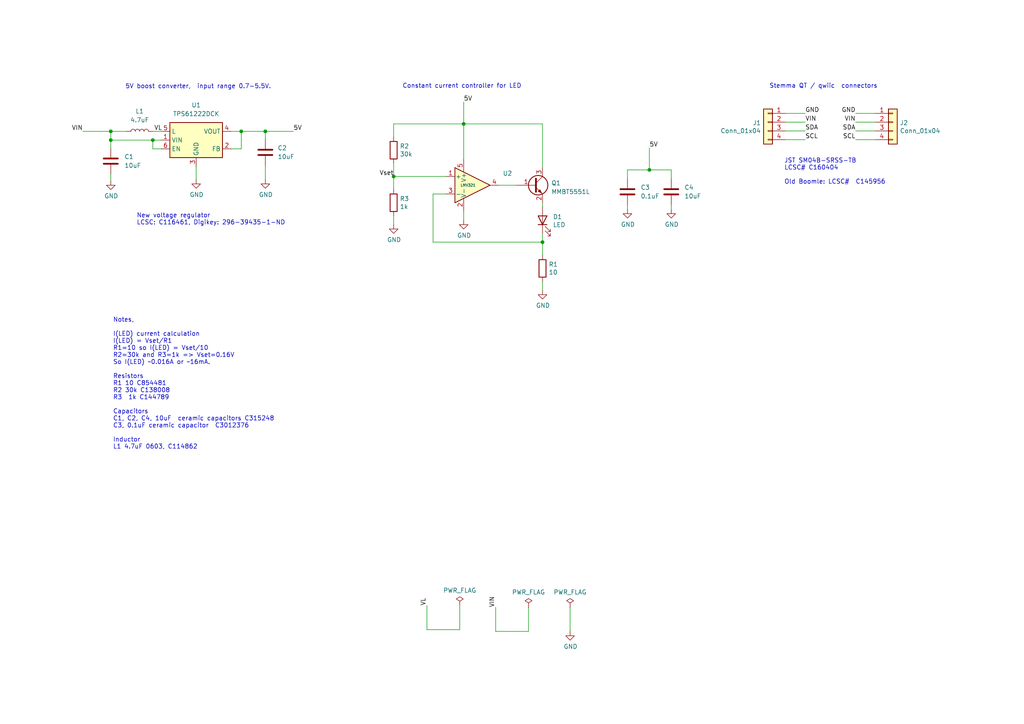
<source format=kicad_sch>
(kicad_sch (version 20230121) (generator eeschema)
  (paper "A4")
  (lib_symbols
    (symbol "Amplifier_Operational:LMV321" (pin_names (offset 0.127))
      (property "Reference" "U" (at 0 5.08 0))
      (property "Value" "LMV321" (at 0 -5.08 0))
      (symbol "LMV321_0_1"
        (polyline (pts (xy -5.08 5.08) (xy 5.08 0) (xy -5.08 -5.08) (xy -5.08 5.08)) (stroke (width 0.254)) (fill (type background)))
        (pin power_in line (at -2.54 -7.62 90) (length 3.81) (name "V-") (number "2"))
        (pin power_in line (at -2.54 7.62 270) (length 3.81) (name "V+") (number "5"))
      )
      (symbol "LMV321_1_1"
        (pin input line (at -7.62 2.54 0) (length 2.54) (name "+") (number "1"))
        (pin input line (at -7.62 -2.54 0) (length 2.54) (name "-") (number "3"))
        (pin output line (at 7.62 0 180) (length 2.54) (name "~") (number "4"))
      )
    )
    (symbol "Connector_Generic:Conn_01x04" (pin_names (offset 1.016) hide)
      (property "Reference" "J" (at 0 5.08 0))
      (property "Value" "Conn_01x04" (at 0 -7.62 0))
      (symbol "Conn_01x04_1_1"
        (rectangle (start -1.27 -4.953) (end 0 -5.207) (stroke (width 0.1524)))
        (rectangle (start -1.27 -2.413) (end 0 -2.667) (stroke (width 0.1524)))
        (rectangle (start -1.27 0.127) (end 0 -0.127) (stroke (width 0.1524)))
        (rectangle (start -1.27 2.667) (end 0 2.413) (stroke (width 0.1524)))
        (rectangle (start -1.27 3.81) (end 1.27 -6.35) (stroke (width 0.254)) (fill (type background)))
        (pin passive line (at -5.08 2.54 0) (length 3.81) (name "Pin_1") (number "1"))
        (pin passive line (at -5.08 0 0) (length 3.81) (name "Pin_2") (number "2"))
        (pin passive line (at -5.08 -2.54 0) (length 3.81) (name "Pin_3") (number "3"))
        (pin passive line (at -5.08 -5.08 0) (length 3.81) (name "Pin_4") (number "4"))
      )
    )
    (symbol "Device:C" (pin_numbers hide) (pin_names (offset 0.254))
      (property "Reference" "C" (at 0.635 2.54 0))
      (property "Value" "C" (at 0.635 -2.54 0))
      (symbol "C_0_1"
        (polyline (pts (xy -2.032 -0.762) (xy 2.032 -0.762)) (stroke (width 0.508)))
        (polyline (pts (xy -2.032 0.762) (xy 2.032 0.762)) (stroke (width 0.508)))
      )
      (symbol "C_1_1"
        (pin passive line (at 0 3.81 270) (length 2.794) (name "~") (number "1"))
        (pin passive line (at 0 -3.81 90) (length 2.794) (name "~") (number "2"))
      )
    )
    (symbol "Device:L" (pin_numbers hide) (pin_names (offset 1.016) hide)
      (property "Reference" "L" (at -1.27 0 90))
      (property "Value" "L" (at 1.905 0 90))
      (symbol "L_0_1"
        (arc (start 0 -2.54) (mid 0.6323 -1.905) (end 0 -1.27))
        (arc (start 0 -1.27) (mid 0.6323 -0.635) (end 0 0))
        (arc (start 0 0) (mid 0.6323 0.635) (end 0 1.27))
        (arc (start 0 1.27) (mid 0.6323 1.905) (end 0 2.54))
      )
      (symbol "L_1_1"
        (pin passive line (at 0 3.81 270) (length 1.27) (name "1") (number "1"))
        (pin passive line (at 0 -3.81 90) (length 1.27) (name "2") (number "2"))
      )
    )
    (symbol "Device:LED" (pin_numbers hide) (pin_names (offset 1.016) hide)
      (property "Reference" "D" (at 0 2.54 0))
      (property "Value" "LED" (at 0 -2.54 0))
      (symbol "LED_0_1"
        (polyline (pts (xy -1.27 -1.27) (xy -1.27 1.27)) (stroke (width 0.254)))
        (polyline (pts (xy -1.27 0) (xy 1.27 0)))
        (polyline (pts (xy 1.27 -1.27) (xy 1.27 1.27) (xy -1.27 0) (xy 1.27 -1.27)) (stroke (width 0.254)))
        (polyline (pts (xy -3.048 -0.762) (xy -4.572 -2.286) (xy -3.81 -2.286) (xy -4.572 -2.286) (xy -4.572 -1.524)))
        (polyline (pts (xy -1.778 -0.762) (xy -3.302 -2.286) (xy -2.54 -2.286) (xy -3.302 -2.286) (xy -3.302 -1.524)))
      )
      (symbol "LED_1_1"
        (pin passive line (at -3.81 0 0) (length 2.54) (name "K") (number "1"))
        (pin passive line (at 3.81 0 180) (length 2.54) (name "A") (number "2"))
      )
    )
    (symbol "Device:R" (pin_numbers hide) (pin_names (offset 0))
      (property "Reference" "R" (at 2.032 0 90))
      (property "Value" "R" (at 0 0 90))
      (symbol "R_0_1"
        (rectangle (start -1.016 -2.54) (end 1.016 2.54) (stroke (width 0.254)))
      )
      (symbol "R_1_1"
        (pin passive line (at 0 3.81 270) (length 1.27) (name "~") (number "1"))
        (pin passive line (at 0 -3.81 90) (length 1.27) (name "~") (number "2"))
      )
    )
    (symbol "Regulator_Switching:TPS61222DCK"
      (property "Reference" "U" (at -7.62 6.35 0))
      (property "Value" "TPS61222DCK" (at 2.54 6.35 0))
      (symbol "TPS61222DCK_0_1"
        (rectangle (start -7.62 5.08) (end 7.62 -5.08) (stroke (width 0.254)) (fill (type background)))
      )
      (symbol "TPS61222DCK_1_1"
        (pin power_in line (at -10.16 0 0) (length 2.54) (name "VIN") (number "1"))
        (pin input line (at 10.16 -2.54 180) (length 2.54) (name "FB") (number "2"))
        (pin power_in line (at 0 -7.62 90) (length 2.54) (name "GND") (number "3"))
        (pin power_out line (at 10.16 2.54 180) (length 2.54) (name "VOUT") (number "4"))
        (pin power_in line (at -10.16 2.54 0) (length 2.54) (name "L") (number "5"))
        (pin input line (at -10.16 -2.54 0) (length 2.54) (name "EN") (number "6"))
      )
    )
    (symbol "Transistor_BJT:MMBT5551L" (pin_names (offset 0) hide)
      (property "Reference" "Q" (at 5.08 1.905 0))
      (property "Value" "MMBT5551L" (at 5.08 0 0))
      (symbol "MMBT5551L_0_1"
        (polyline (pts (xy 0.635 0.635) (xy 2.54 2.54)))
        (polyline (pts (xy 0.635 -0.635) (xy 2.54 -2.54) (xy 2.54 -2.54)))
        (polyline (pts (xy 0.635 1.905) (xy 0.635 -1.905) (xy 0.635 -1.905)) (stroke (width 0.508)))
        (polyline (pts (xy 1.27 -1.778) (xy 1.778 -1.27) (xy 2.286 -2.286) (xy 1.27 -1.778) (xy 1.27 -1.778)) (fill (type outline)))
        (circle (center 1.27 0) (radius 2.8194) (stroke (width 0.254)))
      )
      (symbol "MMBT5551L_1_1"
        (pin input line (at -5.08 0 0) (length 5.715) (name "B") (number "1"))
        (pin passive line (at 2.54 -5.08 90) (length 2.54) (name "E") (number "2"))
        (pin passive line (at 2.54 5.08 270) (length 2.54) (name "C") (number "3"))
      )
    )
    (symbol "power:GND" (power) (pin_names (offset 0))
      (property "Value" "GND" (at 0 -3.81 0))
      (symbol "GND_0_1"
        (polyline (pts (xy 0 0) (xy 0 -1.27) (xy 1.27 -1.27) (xy 0 -2.54) (xy -1.27 -1.27) (xy 0 -1.27)))
      )
      (symbol "GND_1_1"
        (pin power_in line (at 0 0 270) (length 0) hide (name "GND") (number "1"))
      )
    )
    (symbol "power:PWR_FLAG" (power) (pin_numbers hide) (pin_names (offset 0) hide)
      (property "Value" "PWR_FLAG" (at 0 3.81 0))
      (symbol "PWR_FLAG_0_0"
        (pin power_out line (at 0 0 90) (length 0) (name "pwr") (number "1"))
      )
      (symbol "PWR_FLAG_0_1"
        (polyline (pts (xy 0 0) (xy 0 1.27) (xy -1.016 1.905) (xy 0 2.54) (xy 1.016 1.905) (xy 0 1.27)))
      )
    )
  )
  (junction (at 134.493 35.941))
  (junction (at 69.977 38.1))
  (junction (at 157.353 70.231))
  (junction (at 32.131 40.64))
  (junction (at 32.131 38.1))
  (junction (at 44.323 40.64))
  (junction (at 188.341 49.276))
  (junction (at 114.173 51.181))
  (junction (at 76.962 38.1))
  (wire (pts (xy 69.977 43.18) (xy 67.056 43.18)))
  (wire (pts (xy 125.603 56.261) (xy 129.413 56.261)))
  (wire (pts (xy 188.341 42.926) (xy 188.341 49.276)))
  (wire (pts (xy 157.353 70.231) (xy 125.603 70.231)))
  (wire (pts (xy 227.838 35.433) (xy 233.553 35.433)))
  (wire (pts (xy 157.353 81.661) (xy 157.353 84.201)))
  (wire (pts (xy 253.873 37.973) (xy 248.158 37.973)))
  (wire (pts (xy 157.353 67.691) (xy 157.353 70.231)))
  (wire (pts (xy 44.323 40.64) (xy 46.736 40.64)))
  (wire (pts (xy 114.173 35.941) (xy 114.173 39.751)))
  (wire (pts (xy 32.131 40.64) (xy 44.323 40.64)))
  (wire (pts (xy 133.35 175.641) (xy 133.35 182.626)))
  (wire (pts (xy 157.353 35.941) (xy 157.353 48.641)))
  (wire (pts (xy 114.173 51.181) (xy 114.173 47.371)))
  (wire (pts (xy 69.977 38.1) (xy 69.977 43.18)))
  (wire (pts (xy 253.873 35.433) (xy 248.158 35.433)))
  (wire (pts (xy 227.838 32.893) (xy 233.553 32.893)))
  (wire (pts (xy 114.173 51.181) (xy 114.173 54.991)))
  (wire (pts (xy 134.493 61.341) (xy 134.493 63.881)))
  (wire (pts (xy 36.703 38.1) (xy 32.131 38.1)))
  (wire (pts (xy 253.873 32.893) (xy 248.158 32.893)))
  (wire (pts (xy 188.341 49.276) (xy 194.691 49.276)))
  (wire (pts (xy 153.289 183.134) (xy 143.764 183.134)))
  (wire (pts (xy 194.691 59.436) (xy 194.691 60.706)))
  (wire (pts (xy 134.493 35.941) (xy 134.493 46.101)))
  (wire (pts (xy 153.289 176.149) (xy 153.289 183.134)))
  (wire (pts (xy 46.736 43.18) (xy 44.323 43.18)))
  (wire (pts (xy 194.691 49.276) (xy 194.691 51.816)))
  (wire (pts (xy 181.991 59.436) (xy 181.991 60.706)))
  (wire (pts (xy 67.056 38.1) (xy 69.977 38.1)))
  (wire (pts (xy 32.131 38.1) (xy 32.131 40.64)))
  (wire (pts (xy 253.873 40.513) (xy 248.158 40.513)))
  (wire (pts (xy 143.764 183.134) (xy 143.764 176.149)))
  (wire (pts (xy 114.173 62.611) (xy 114.173 65.151)))
  (wire (pts (xy 69.977 38.1) (xy 76.962 38.1)))
  (wire (pts (xy 157.353 58.801) (xy 157.353 60.071)))
  (wire (pts (xy 114.173 51.181) (xy 129.413 51.181)))
  (wire (pts (xy 134.493 35.941) (xy 114.173 35.941)))
  (wire (pts (xy 24.003 38.1) (xy 32.131 38.1)))
  (wire (pts (xy 133.35 182.626) (xy 123.825 182.626)))
  (wire (pts (xy 32.131 40.64) (xy 32.131 42.926)))
  (wire (pts (xy 76.962 38.1) (xy 76.962 40.386)))
  (wire (pts (xy 76.962 48.006) (xy 76.962 52.07)))
  (wire (pts (xy 32.131 50.546) (xy 32.131 52.451)))
  (wire (pts (xy 181.991 49.276) (xy 188.341 49.276)))
  (wire (pts (xy 134.493 35.941) (xy 157.353 35.941)))
  (wire (pts (xy 76.962 38.1) (xy 85.09 38.1)))
  (wire (pts (xy 123.825 182.626) (xy 123.825 175.641)))
  (wire (pts (xy 227.838 37.973) (xy 233.553 37.973)))
  (wire (pts (xy 44.323 38.1) (xy 46.736 38.1)))
  (wire (pts (xy 44.323 43.18) (xy 44.323 40.64)))
  (wire (pts (xy 165.354 176.149) (xy 165.354 183.134)))
  (wire (pts (xy 144.653 53.721) (xy 149.733 53.721)))
  (wire (pts (xy 125.603 70.231) (xy 125.603 56.261)))
  (wire (pts (xy 134.493 29.591) (xy 134.493 35.941)))
  (wire (pts (xy 181.991 51.816) (xy 181.991 49.276)))
  (wire (pts (xy 227.838 40.513) (xy 233.553 40.513)))
  (wire (pts (xy 56.896 48.26) (xy 56.896 52.07)))
  (wire (pts (xy 157.353 70.231) (xy 157.353 74.041)))
  (text "JST SM04B-SRSS-TB\nLCSC# C160404\n\nOld Boomle: LCSC#  C145956\n" (at 227.457 53.594 0) (effects (font (size 1.27 1.27)) (justify left bottom)))
  (text "Stemma QT / qwiic  connectors\n" (at 223.139 25.781 0) (effects (font (size 1.27 1.27)) (justify left bottom)))
  (text "New voltage regulator\nLCSC: C116461, Digikey: 296-39435-1-ND " (at 39.624 65.405 0) (effects (font (size 1.27 1.27)) (justify left bottom)))
  (text "Constant current controller for LED" (at 116.713 25.781 0) (effects (font (size 1.27 1.27)) (justify left bottom)))
  (text "5V boost converter,  input range 0.7-5.5V. " (at 36.322 25.908 0) (effects (font (size 1.27 1.27)) (justify left bottom)))
  (text "Notes, \n\nI(LED) current calculation\nI(LED) = Vset/R1\nR1=10 so I(LED) = Vset/10\nR2=30k and R3=1k => Vset=0.16V\nSo I(LED) ~0.016A or ~16mA. \n\nResistors\nR1 10 C854481\nR2 30k C138008\nR3  1k C144789\n\nCapacitors\nC1, C2, C4, 10uF  ceramic capacitors C315248\nC3, 0.1uF ceramic capacitor  C3012376\n\nInductor\nL1 4.7uF 0603, C114862\n" (at 32.766 130.429 0) (effects (font (size 1.27 1.27)) (justify left bottom)))
  (label "SCL" (at 233.553 40.513 0))
  (label "VIN" (at 24.003 38.1 180))
  (label "SCL" (at 248.158 40.513 180))
  (label "Vset" (at 114.173 51.181 180))
  (label "SDA" (at 248.158 37.973 180))
  (label "VIN" (at 143.764 176.149 90))
  (label "5V" (at 134.493 29.591 0))
  (label "5V" (at 188.341 42.926 0))
  (label "VIN" (at 248.158 35.433 180))
  (label "VIN" (at 233.553 35.433 0))
  (label "5V" (at 85.09 38.1 0))
  (label "GND" (at 233.553 32.893 0))
  (label "GND" (at 248.158 32.893 180))
  (label "VL" (at 44.704 38.1 0))
  (label "VL" (at 123.825 175.641 90))
  (label "SDA" (at 233.553 37.973 0))
  (symbol (lib_id "Connector_Generic:Conn_01x04") (at 222.758 35.433 0) (mirror y) (unit 1)
    (property "Reference" "J1" (at 220.726 35.6362 0) (effects (justify left)))
    (property "Value" "Conn_01x04" (at 220.726 37.9476 0) (effects (justify left)))
    (property "Footprint" "JST_SH_SM04B_custom:JST_SH_SM04B-SRSS-TB_1x04-1MP_P1.00mm_Horizontal" (effects hide))
  )
  (symbol (lib_id "Connector_Generic:Conn_01x04") (at 258.953 35.433 0) (unit 1)
    (property "Reference" "J2" (at 260.985 35.6362 0) (effects (justify left)))
    (property "Value" "Conn_01x04" (at 260.985 37.9476 0) (effects (justify left)))
    (property "Footprint" "JST_SH_SM04B_custom:JST_SH_SM04B-SRSS-TB_1x04-1MP_P1.00mm_Horizontal" (effects hide))
  )
  (symbol (lib_id "Device:LED") (at 157.353 63.881 90) (unit 1)
    (property "Reference" "D1" (at 160.3502 62.8904 90) (effects (justify right)))
    (property "Value" "LED" (at 160.3502 65.2018 90) (effects (justify right)))
    (property "Footprint" "LED_SMD:LED_0603_1608Metric" (effects hide))
  )
  (symbol (lib_id "Device:R") (at 157.353 77.851 0) (unit 1)
    (property "Reference" "R1" (at 159.131 76.6826 0) (effects (justify left)))
    (property "Value" "10" (at 159.131 78.994 0) (effects (justify left)))
    (property "Footprint" "Resistor_SMD:R_0402_1005Metric" (effects hide))
  )
  (symbol (lib_id "power:GND") (at 157.353 84.201 0) (unit 1)
    (property "Reference" "#PWR08" (effects hide))
    (property "Value" "GND" (at 157.48 88.5952 0))
  )
  (symbol (lib_id "power:PWR_FLAG") (at 165.354 176.149 0) (unit 1)
    (property "Reference" "#FLG0101" (effects hide))
    (property "Value" "PWR_FLAG" (at 165.354 171.7548 0))
  )
  (symbol (lib_id "power:PWR_FLAG") (at 153.289 176.149 0) (unit 1)
    (property "Reference" "#FLG0102" (effects hide))
    (property "Value" "PWR_FLAG" (at 153.289 171.7548 0))
  )
  (symbol (lib_id "power:GND") (at 165.354 183.134 0) (unit 1)
    (property "Reference" "#PWR0101" (effects hide))
    (property "Value" "GND" (at 165.481 187.5282 0))
  )
  (symbol (lib_id "Device:C") (at 194.691 55.626 0) (unit 1)
    (property "Reference" "C4" (at 198.501 54.356 0) (effects (justify left)))
    (property "Value" "10uF" (at 198.501 56.896 0) (effects (justify left)))
    (property "Footprint" "Capacitor_SMD:C_0402_1005Metric" (effects hide))
  )
  (symbol (lib_id "Device:C") (at 181.991 55.626 0) (unit 1)
    (property "Reference" "C3" (at 185.801 54.356 0) (effects (justify left)))
    (property "Value" "0.1uF" (at 185.801 56.896 0) (effects (justify left)))
    (property "Footprint" "Capacitor_SMD:C_0402_1005Metric" (effects hide))
  )
  (symbol (lib_id "power:GND") (at 194.691 60.706 0) (unit 1)
    (property "Reference" "#PWR06" (effects hide))
    (property "Value" "GND" (at 194.818 65.1002 0))
  )
  (symbol (lib_id "power:GND") (at 32.131 52.451 0) (unit 1)
    (property "Reference" "#PWR011" (effects hide))
    (property "Value" "GND" (at 32.258 56.8452 0))
  )
  (symbol (lib_id "power:GND") (at 56.896 52.07 0) (unit 1)
    (property "Reference" "#PWR09" (effects hide))
    (property "Value" "GND" (at 57.023 56.4642 0))
  )
  (symbol (lib_id "power:GND") (at 134.493 63.881 0) (unit 1)
    (property "Reference" "#PWR04" (effects hide))
    (property "Value" "GND" (at 134.62 68.2752 0))
  )
  (symbol (lib_id "Regulator_Switching:TPS61222DCK") (at 56.896 40.64 0) (unit 1)
    (property "Reference" "U1" (at 56.896 30.48 0))
    (property "Value" "TPS61222DCK" (at 56.896 33.02 0))
    (property "Footprint" "Package_TO_SOT_SMD:SOT-363_SC-70-6" (effects hide))
    (property "Datasheet" "http://www.ti.com/lit/ds/symlink/tps61220.pdf" (effects hide))
  )
  (symbol (lib_id "Device:C") (at 32.131 46.736 180) (unit 1)
    (property "Reference" "C1" (at 36.068 45.466 0) (effects (justify right)))
    (property "Value" "10uF" (at 36.068 48.006 0) (effects (justify right)))
    (property "Footprint" "Capacitor_SMD:C_0402_1005Metric" (effects hide))
  )
  (symbol (lib_id "power:PWR_FLAG") (at 133.35 175.641 0) (unit 1)
    (property "Reference" "#FLG01" (effects hide))
    (property "Value" "PWR_FLAG" (at 133.35 171.2468 0))
  )
  (symbol (lib_id "power:GND") (at 181.991 60.706 0) (unit 1)
    (property "Reference" "#PWR05" (effects hide))
    (property "Value" "GND" (at 182.118 65.1002 0))
  )
  (symbol (lib_id "power:GND") (at 114.173 65.151 0) (unit 1)
    (property "Reference" "#PWR07" (effects hide))
    (property "Value" "GND" (at 114.3 69.5452 0))
  )
  (symbol (lib_id "Device:C") (at 76.962 44.196 180) (unit 1)
    (property "Reference" "C2" (at 80.518 42.926 0) (effects (justify right)))
    (property "Value" "10uF" (at 80.518 45.466 0) (effects (justify right)))
    (property "Footprint" "Capacitor_SMD:C_0402_1005Metric" (effects hide))
  )
  (symbol (lib_id "power:GND") (at 76.962 52.07 0) (unit 1)
    (property "Reference" "#PWR010" (effects hide))
    (property "Value" "GND" (at 77.089 56.4642 0))
  )
  (symbol (lib_id "Device:R") (at 114.173 43.561 0) (unit 1)
    (property "Reference" "R2" (at 115.951 42.3926 0) (effects (justify left)))
    (property "Value" "30k" (at 115.951 44.704 0) (effects (justify left)))
    (property "Footprint" "Resistor_SMD:R_0402_1005Metric" (effects hide))
  )
  (symbol (lib_id "Amplifier_Operational:LMV321") (at 137.033 53.721 0) (unit 1)
    (property "Reference" "U2" (at 147.193 50.2921 0))
    (property "Value" "LMV321" (at 135.763 53.721 0) (effects (font (size 0.762 0.762))))
    (property "Footprint" "Package_TO_SOT_SMD:SOT-23-5" (effects hide))
    (property "Datasheet" "http://www.ti.com/lit/ds/symlink/lmv324.pdf" (effects hide))
  )
  (symbol (lib_id "Transistor_BJT:MMBT5551L") (at 154.813 53.721 0) (unit 1)
    (property "Reference" "Q1" (at 159.893 53.086 0) (effects (justify left)))
    (property "Value" "MMBT5551L" (at 159.893 55.626 0) (effects (justify left)))
    (property "Footprint" "Package_TO_SOT_SMD:SOT-23" (effects hide))
    (property "Datasheet" "www.onsemi.com/pub/Collateral/MMBT5550LT1-D.PDF" (effects hide))
  )
  (symbol (lib_id "Device:R") (at 114.173 58.801 0) (unit 1)
    (property "Reference" "R3" (at 115.951 57.6326 0) (effects (justify left)))
    (property "Value" "1k" (at 115.951 59.944 0) (effects (justify left)))
    (property "Footprint" "Resistor_SMD:R_0402_1005Metric" (effects hide))
  )
  (symbol (lib_id "Device:L") (at 40.513 38.1 90) (unit 1)
    (property "Reference" "L1" (at 40.513 32.258 90))
    (property "Value" "4.7uF" (at 40.513 34.798 90))
    (property "Footprint" "Inductor_SMD:L_0603_1608Metric" (effects hide))
  )
)
</source>
